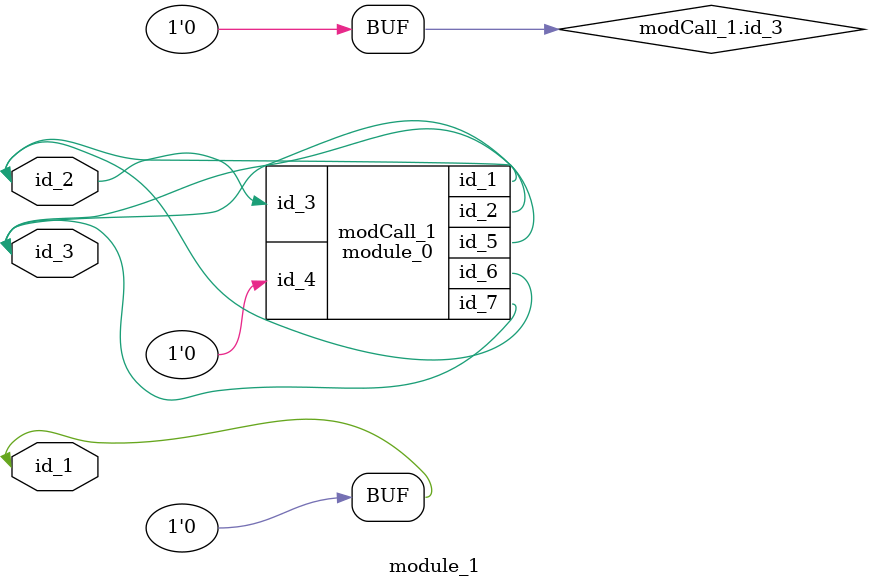
<source format=v>
module module_0 (
    id_1,
    id_2,
    id_3,
    id_4,
    id_5,
    id_6,
    id_7
);
  output wire id_7;
  output wire id_6;
  inout wire id_5;
  input wire id_4;
  input wire id_3;
  inout wire id_2;
  inout wire id_1;
  generate
    assign id_2 = (1) == id_3;
  endgenerate
  assign id_2 = id_5;
endmodule
module module_1 (
    id_1,
    id_2,
    id_3
);
  inout wire id_3;
  inout wire id_2;
  inout wire id_1;
  assign id_1 = 1'b0;
  module_0 modCall_1 (
      id_3,
      id_2,
      id_2,
      id_1,
      id_3,
      id_2,
      id_3
  );
  assign modCall_1.id_3 = 0;
endmodule

</source>
